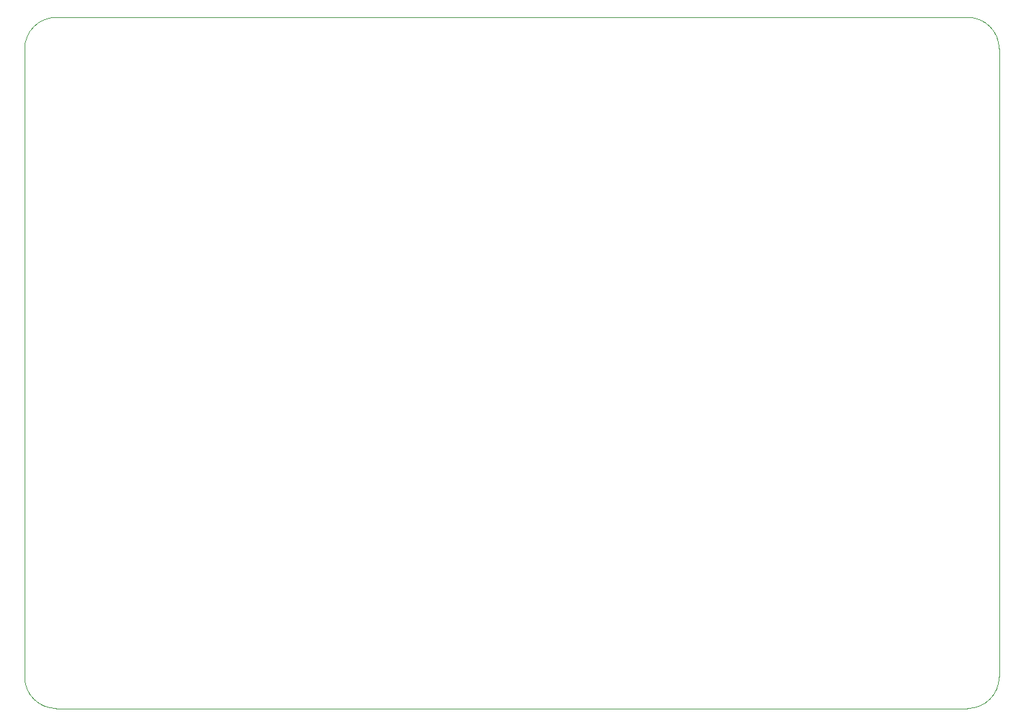
<source format=gm1>
%TF.GenerationSoftware,KiCad,Pcbnew,(5.1.10)-1*%
%TF.CreationDate,2021-10-14T14:44:57+05:30*%
%TF.ProjectId,vayuO2,76617975-4f32-42e6-9b69-6361645f7063,rev 2*%
%TF.SameCoordinates,Original*%
%TF.FileFunction,Profile,NP*%
%FSLAX46Y46*%
G04 Gerber Fmt 4.6, Leading zero omitted, Abs format (unit mm)*
G04 Created by KiCad (PCBNEW (5.1.10)-1) date 2021-10-14 14:44:57*
%MOMM*%
%LPD*%
G01*
G04 APERTURE LIST*
%TA.AperFunction,Profile*%
%ADD10C,0.076200*%
%TD*%
G04 APERTURE END LIST*
D10*
X174000000Y-54000000D02*
X174000000Y-134000000D01*
X54000000Y-138000000D02*
X170000000Y-138000000D01*
X54000000Y-138000000D02*
G75*
G02*
X50000000Y-134000000I0J4000000D01*
G01*
X50000000Y-54000000D02*
G75*
G02*
X54000000Y-50000000I4000000J0D01*
G01*
X170000000Y-50000000D02*
G75*
G02*
X174000000Y-54000000I0J-4000000D01*
G01*
X174000000Y-134000000D02*
G75*
G02*
X170000000Y-138000000I-4000000J0D01*
G01*
X50000000Y-54000000D02*
X50000000Y-134000000D01*
X170000000Y-50000000D02*
X54000000Y-50000000D01*
M02*

</source>
